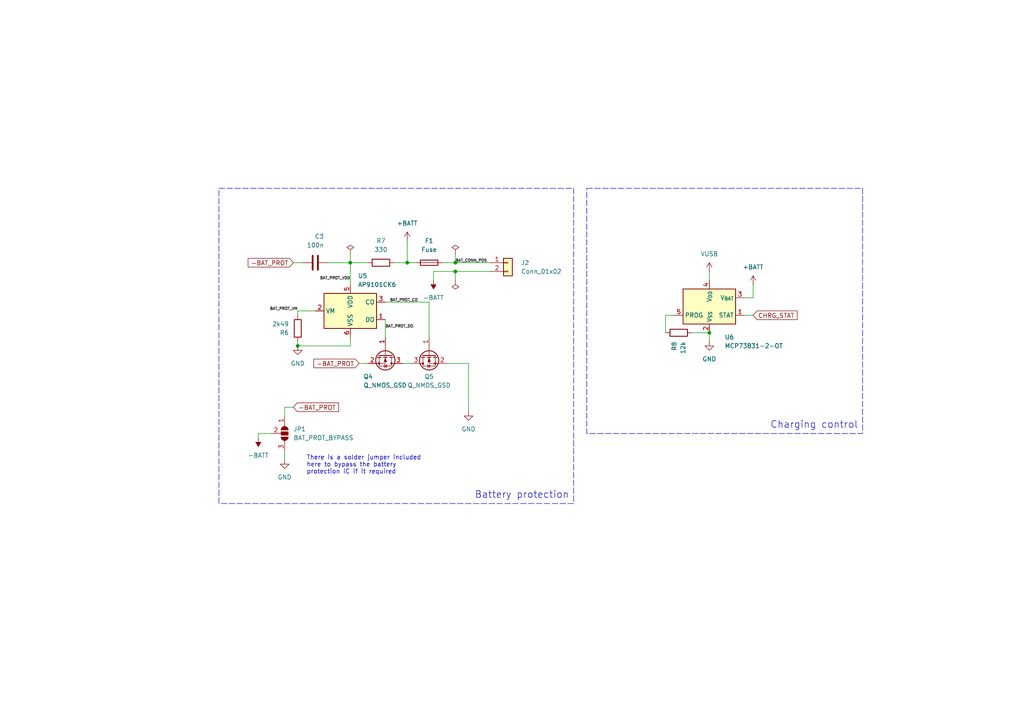
<source format=kicad_sch>
(kicad_sch (version 20231120) (generator "eeschema") (generator_version "8.0")
  (paper "A4")
  (lib_symbols
    (symbol "Battery_Management:AP9101CK6"
      (property "Reference" "U" (at -7.62 6.35 0))
      (property "Value" "AP9101CK6" (at 7.62 6.35 0))
      (symbol "AP9101CK6_0_1"
        (rectangle (start -7.62 5.08) (end 7.62 -5.08) (stroke (width 0.254)) (fill (type background)))
      )
      (symbol "AP9101CK6_1_1"
        (pin output line (at 10.16 -2.54 180) (length 2.54) (name "DO") (number "1"))
        (pin passive line (at -10.16 0 0) (length 2.54) (name "VM") (number "2"))
        (pin output line (at 10.16 2.54 180) (length 2.54) (name "CO") (number "3"))
        (pin no_connect line (at -7.62 -2.54 0) (length 2.54) hide (name "NC") (number "4"))
        (pin power_in line (at 0 7.62 270) (length 2.54) (name "VDD") (number "5"))
        (pin power_in line (at 0 -7.62 90) (length 2.54) (name "VSS") (number "6"))
      )
    )
    (symbol "Battery_Management:MCP73831-2-OT"
      (property "Reference" "U" (at -7.62 6.35 0))
      (property "Value" "MCP73831-2-OT" (at 1.27 6.35 0))
      (symbol "MCP73831-2-OT_0_1"
        (rectangle (start -7.62 5.08) (end 7.62 -5.08) (stroke (width 0.254)) (fill (type background)))
      )
      (symbol "MCP73831-2-OT_1_1"
        (pin tri_state line (at 10.16 -2.54 180) (length 2.54) (name "STAT") (number "1"))
        (pin power_in line (at 0 -7.62 90) (length 2.54) (name "V_{SS}") (number "2"))
        (pin power_out line (at 10.16 2.54 180) (length 2.54) (name "V_{BAT}") (number "3"))
        (pin power_in line (at 0 7.62 270) (length 2.54) (name "V_{DD}") (number "4"))
        (pin input line (at -10.16 -2.54 0) (length 2.54) (name "PROG") (number "5"))
      )
    )
    (symbol "Connector_Generic:Conn_01x02" (pin_names (offset 1.016) hide)
      (property "Reference" "J" (at 0 2.54 0))
      (property "Value" "Conn_01x02" (at 0 -5.08 0))
      (symbol "Conn_01x02_1_1"
        (rectangle (start -1.27 -2.413) (end 0 -2.667) (stroke (width 0.1524)))
        (rectangle (start -1.27 0.127) (end 0 -0.127) (stroke (width 0.1524)))
        (rectangle (start -1.27 1.27) (end 1.27 -3.81) (stroke (width 0.254)) (fill (type background)))
        (pin passive line (at -5.08 0 0) (length 3.81) (name "Pin_1") (number "1"))
        (pin passive line (at -5.08 -2.54 0) (length 3.81) (name "Pin_2") (number "2"))
      )
    )
    (symbol "Device:C" (pin_numbers hide) (pin_names (offset 0.254))
      (property "Reference" "C" (at 0.635 2.54 0))
      (property "Value" "C" (at 0.635 -2.54 0))
      (symbol "C_0_1"
        (polyline (pts (xy -2.032 -0.762) (xy 2.032 -0.762)) (stroke (width 0.508)))
        (polyline (pts (xy -2.032 0.762) (xy 2.032 0.762)) (stroke (width 0.508)))
      )
      (symbol "C_1_1"
        (pin passive line (at 0 3.81 270) (length 2.794) (name "~") (number "1"))
        (pin passive line (at 0 -3.81 90) (length 2.794) (name "~") (number "2"))
      )
    )
    (symbol "Device:Fuse" (pin_numbers hide) (pin_names (offset 0))
      (property "Reference" "F" (at 2.032 0 90))
      (property "Value" "Fuse" (at -1.905 0 90))
      (symbol "Fuse_0_1"
        (rectangle (start -0.762 -2.54) (end 0.762 2.54) (stroke (width 0.254)))
        (polyline (pts (xy 0 2.54) (xy 0 -2.54)))
      )
      (symbol "Fuse_1_1"
        (pin passive line (at 0 3.81 270) (length 1.27) (name "~") (number "1"))
        (pin passive line (at 0 -3.81 90) (length 1.27) (name "~") (number "2"))
      )
    )
    (symbol "Device:Q_NMOS_GSD" (pin_names (offset 0) hide)
      (property "Reference" "Q" (at 5.08 1.27 0))
      (property "Value" "Q_NMOS_GSD" (at 5.08 -1.27 0))
      (symbol "Q_NMOS_GSD_0_1"
        (polyline (pts (xy 0.254 0) (xy -2.54 0)))
        (polyline (pts (xy 0.254 1.905) (xy 0.254 -1.905)) (stroke (width 0.254)))
        (polyline (pts (xy 0.762 -1.27) (xy 0.762 -2.286)) (stroke (width 0.254)))
        (polyline (pts (xy 0.762 0.508) (xy 0.762 -0.508)) (stroke (width 0.254)))
        (polyline (pts (xy 0.762 2.286) (xy 0.762 1.27)) (stroke (width 0.254)))
        (polyline (pts (xy 2.54 2.54) (xy 2.54 1.778)))
        (polyline (pts (xy 2.54 -2.54) (xy 2.54 0) (xy 0.762 0)))
        (polyline (pts (xy 0.762 -1.778) (xy 3.302 -1.778) (xy 3.302 1.778) (xy 0.762 1.778)))
        (polyline (pts (xy 1.016 0) (xy 2.032 0.381) (xy 2.032 -0.381) (xy 1.016 0)) (fill (type outline)))
        (polyline (pts (xy 2.794 0.508) (xy 2.921 0.381) (xy 3.683 0.381) (xy 3.81 0.254)))
        (polyline (pts (xy 3.302 0.381) (xy 2.921 -0.254) (xy 3.683 -0.254) (xy 3.302 0.381)))
        (circle (center 1.651 0) (radius 2.794) (stroke (width 0.254)))
        (circle (center 2.54 -1.778) (radius 0.254) (fill (type outline)))
        (circle (center 2.54 1.778) (radius 0.254) (fill (type outline)))
      )
      (symbol "Q_NMOS_GSD_1_1"
        (pin input line (at -5.08 0 0) (length 2.54) (name "G") (number "1"))
        (pin passive line (at 2.54 -5.08 90) (length 2.54) (name "S") (number "2"))
        (pin passive line (at 2.54 5.08 270) (length 2.54) (name "D") (number "3"))
      )
    )
    (symbol "Device:R" (pin_numbers hide) (pin_names (offset 0))
      (property "Reference" "R" (at 2.032 0 90))
      (property "Value" "R" (at 0 0 90))
      (symbol "R_0_1"
        (rectangle (start -1.016 -2.54) (end 1.016 2.54) (stroke (width 0.254)))
      )
      (symbol "R_1_1"
        (pin passive line (at 0 3.81 270) (length 1.27) (name "~") (number "1"))
        (pin passive line (at 0 -3.81 90) (length 1.27) (name "~") (number "2"))
      )
    )
    (symbol "GND_4" (power) (pin_numbers hide) (pin_names (offset 0) hide)
      (property "Value" "GND" (at 0 -3.81 0))
      (symbol "GND_4_0_1"
        (polyline (pts (xy 0 0) (xy 0 -1.27) (xy 1.27 -1.27) (xy 0 -2.54) (xy -1.27 -1.27) (xy 0 -1.27)))
      )
      (symbol "GND_4_1_1"
        (pin power_in line (at 0 0 270) (length 0) (name "~") (number "1"))
      )
    )
    (symbol "Jumper:SolderJumper_3_Open" (pin_names (offset 0) hide) (exclude_from_sim yes) (in_bom no)
      (property "Reference" "JP" (at -2.54 -2.54 0))
      (property "Value" "SolderJumper_3_Open" (at 0 2.794 0))
      (symbol "SolderJumper_3_Open_0_1"
        (arc (start -1.016 1.016) (mid -2.0276 0) (end -1.016 -1.016))
        (arc (start -1.016 1.016) (mid -2.0276 0) (end -1.016 -1.016) (fill (type outline)))
        (rectangle (start -0.508 1.016) (end 0.508 -1.016) (fill (type outline)))
        (polyline (pts (xy -2.54 0) (xy -2.032 0)))
        (polyline (pts (xy -1.016 1.016) (xy -1.016 -1.016)))
        (polyline (pts (xy 0 -1.27) (xy 0 -1.016)))
        (polyline (pts (xy 1.016 1.016) (xy 1.016 -1.016)))
        (polyline (pts (xy 2.54 0) (xy 2.032 0)))
        (arc (start 1.016 -1.016) (mid 2.0276 0) (end 1.016 1.016))
        (arc (start 1.016 -1.016) (mid 2.0276 0) (end 1.016 1.016) (fill (type outline)))
      )
      (symbol "SolderJumper_3_Open_1_1"
        (pin passive line (at -5.08 0 0) (length 2.54) (name "A") (number "1"))
        (pin passive line (at 0 -3.81 90) (length 2.54) (name "C") (number "2"))
        (pin passive line (at 5.08 0 180) (length 2.54) (name "B") (number "3"))
      )
    )
    (symbol "power:+BATT" (power) (pin_numbers hide) (pin_names (offset 0) hide)
      (property "Value" "+BATT" (at 0 3.556 0))
      (symbol "+BATT_0_1"
        (polyline (pts (xy -0.762 1.27) (xy 0 2.54)))
        (polyline (pts (xy 0 0) (xy 0 2.54)))
        (polyline (pts (xy 0 2.54) (xy 0.762 1.27)))
      )
      (symbol "+BATT_1_1"
        (pin power_in line (at 0 0 90) (length 0) (name "~") (number "1"))
      )
    )
    (symbol "power:-BATT" (power) (pin_numbers hide) (pin_names (offset 0) hide)
      (property "Value" "-BATT" (at 0 3.556 0))
      (symbol "-BATT_0_1"
        (polyline (pts (xy 0 0) (xy 0 2.54)))
        (polyline (pts (xy 0.762 1.27) (xy -0.762 1.27) (xy 0 2.54) (xy 0.762 1.27)) (fill (type outline)))
      )
      (symbol "-BATT_1_1"
        (pin power_in line (at 0 0 90) (length 0) (name "~") (number "1"))
      )
    )
    (symbol "power:GND" (power) (pin_numbers hide) (pin_names (offset 0) hide)
      (property "Value" "GND" (at 0 -3.81 0))
      (symbol "GND_0_1"
        (polyline (pts (xy 0 0) (xy 0 -1.27) (xy 1.27 -1.27) (xy 0 -2.54) (xy -1.27 -1.27) (xy 0 -1.27)))
      )
      (symbol "GND_1_1"
        (pin power_in line (at 0 0 270) (length 0) (name "~") (number "1"))
      )
    )
    (symbol "power:PWR_FLAG" (power) (pin_numbers hide) (pin_names (offset 0) hide)
      (property "Value" "PWR_FLAG" (at 0 3.81 0))
      (symbol "PWR_FLAG_0_0"
        (pin power_out line (at 0 0 90) (length 0) (name "~") (number "1"))
      )
      (symbol "PWR_FLAG_0_1"
        (polyline (pts (xy 0 0) (xy 0 1.27) (xy -1.016 1.905) (xy 0 2.54) (xy 1.016 1.905) (xy 0 1.27)))
      )
    )
    (symbol "thanassis_sym:VUSB" (power) (pin_numbers hide) (pin_names (offset 0) hide)
      (property "Value" "VUSB" (at 0 3.556 0))
      (symbol "VUSB_0_1"
        (polyline (pts (xy -0.762 1.27) (xy 0 2.54)))
        (polyline (pts (xy 0 0) (xy 0 2.54)))
        (polyline (pts (xy 0 2.54) (xy 0.762 1.27)))
      )
      (symbol "VUSB_1_1"
        (pin power_in line (at 0 0 90) (length 0) (name "~") (number "1"))
      )
    )
  )
  (junction (at 205.74 96.52))
  (junction (at 118.11 76.2))
  (junction (at 132.08 76.2))
  (junction (at 101.6 76.2))
  (junction (at 132.08 78.74))
  (junction (at 86.36 100.33))
  (wire (pts (xy 124.46 87.63) (xy 124.46 97.79)))
  (wire (pts (xy 95.25 76.2) (xy 101.6 76.2)))
  (wire (pts (xy 132.08 78.74) (xy 125.73 78.74)))
  (wire (pts (xy 74.93 127) (xy 74.93 125.73)))
  (wire (pts (xy 218.44 91.44) (xy 215.9 91.44)))
  (wire (pts (xy 132.08 78.74) (xy 132.08 81.28)))
  (wire (pts (xy 118.11 76.2) (xy 120.65 76.2)))
  (wire (pts (xy 128.27 76.2) (xy 132.08 76.2)))
  (wire (pts (xy 101.6 76.2) (xy 106.68 76.2)))
  (wire (pts (xy 193.04 96.52) (xy 193.04 91.44)))
  (wire (pts (xy 85.09 76.2) (xy 87.63 76.2)))
  (wire (pts (xy 193.04 91.44) (xy 195.58 91.44)))
  (wire (pts (xy 101.6 76.2) (xy 101.6 82.55)))
  (wire (pts (xy 118.11 69.85) (xy 118.11 76.2)))
  (wire (pts (xy 74.93 125.73) (xy 78.74 125.73)))
  (wire (pts (xy 125.73 78.74) (xy 125.73 81.28)))
  (wire (pts (xy 132.08 78.74) (xy 142.24 78.74)))
  (wire (pts (xy 111.76 92.71) (xy 111.76 97.79)))
  (wire (pts (xy 111.76 87.63) (xy 124.46 87.63)))
  (wire (pts (xy 205.74 78.74) (xy 205.74 81.28)))
  (wire (pts (xy 86.36 91.44) (xy 86.36 90.17)))
  (wire (pts (xy 129.54 105.41) (xy 135.89 105.41)))
  (wire (pts (xy 86.36 90.17) (xy 91.44 90.17)))
  (wire (pts (xy 132.08 76.2) (xy 142.24 76.2)))
  (wire (pts (xy 200.66 96.52) (xy 205.74 96.52)))
  (wire (pts (xy 135.89 105.41) (xy 135.89 119.38)))
  (wire (pts (xy 218.44 86.36) (xy 218.44 82.55)))
  (wire (pts (xy 86.36 100.33) (xy 101.6 100.33)))
  (wire (pts (xy 101.6 73.66) (xy 101.6 76.2)))
  (wire (pts (xy 86.36 99.06) (xy 86.36 100.33)))
  (wire (pts (xy 82.55 120.65) (xy 82.55 118.11)))
  (wire (pts (xy 104.14 105.41) (xy 106.68 105.41)))
  (wire (pts (xy 215.9 86.36) (xy 218.44 86.36)))
  (wire (pts (xy 119.38 105.41) (xy 116.84 105.41)))
  (wire (pts (xy 82.55 118.11) (xy 85.09 118.11)))
  (wire (pts (xy 114.3 76.2) (xy 118.11 76.2)))
  (wire (pts (xy 101.6 100.33) (xy 101.6 97.79)))
  (wire (pts (xy 205.74 96.52) (xy 205.74 99.06)))
  (wire (pts (xy 132.08 73.66) (xy 132.08 76.2)))
  (wire (pts (xy 82.55 130.81) (xy 82.55 133.35)))
  (rectangle (start 63.5 54.61) (end 166.37 146.05) (stroke (width 0) (type dash)))
  (rectangle (start 170.18 54.61) (end 250.19 125.73) (stroke (width 0) (type dash)))
  (text "Charging control" (at 248.92 124.46 0) (effects (font (size 2 2)) (justify right bottom)))
  (text "There is a solder jumper included \nhere to bypass the battery \nprotection IC if it required" (at 88.9 132.08 0) (effects (font (size 1.27 1.27)) (justify left top)))
  (text "Battery protection" (at 165.1 144.78 0) (effects (font (size 2 2)) (justify right bottom)))
  (label "BAT_PROT_VDD" (at 101.6 81.28 180) (effects (font (size 0.8 0.8))))
  (label "BAT_CONN_POS" (at 132.08 76.2 0) (effects (font (size 0.8 0.8))))
  (label "BAT_PROT_VM" (at 86.36 90.17 180) (effects (font (size 0.8 0.8))))
  (label "BAT_PROT_DO" (at 111.76 95.25 0) (effects (font (size 0.8 0.8))))
  (label "BAT_PROT_CO" (at 113.03 87.63 0) (effects (font (size 0.8 0.8))))
  (global_label "-BAT_PROT" (shape input) (at 85.09 76.2 180) (property "Intersheetrefs" "${INTERSHEET_REFS}" (effects (hide yes))))
  (global_label "-BAT_PROT" (shape input) (at 85.09 118.11 0) (property "Intersheetrefs" "${INTERSHEET_REFS}" (effects (hide yes))))
  (global_label "-BAT_PROT" (shape input) (at 104.14 105.41 180) (property "Intersheetrefs" "${INTERSHEET_REFS}" (effects (hide yes))))
  (global_label "CHRG_STAT" (shape input) (at 218.44 91.44 0) (property "Intersheetrefs" "${INTERSHEET_REFS}" (effects (hide yes))))
  (symbol (lib_id "power:-BATT") (at 74.93 127 180) (unit 1)
    (property "Reference" "#PWR026" (effects (hide yes)))
    (property "Value" "-BATT" (at 74.93 132.08 0))
    (property "Description" "Power symbol creates a global label with name \"-BATT\"" (effects (hide yes)))
  )
  (symbol (lib_id "power:PWR_FLAG") (at 132.08 73.66 0) (unit 1)
    (property "Reference" "#FLG04" (effects (hide yes)))
    (property "Value" "PWR_FLAG" (effects (hide yes)))
    (property "Description" "Special symbol for telling ERC where power comes from" (effects (hide yes)))
  )
  (symbol (lib_id "Connector_Generic:Conn_01x02") (at 147.32 76.2 0) (unit 1)
    (property "Reference" "J2" (at 151.13 76.1999 0) (effects (justify left)))
    (property "Value" "Conn_01x02" (at 151.13 78.7399 0) (effects (justify left)))
    (property "Footprint" "Connector_PinHeader_2.54mm:PinHeader_1x02_P2.54mm_Vertical" (effects (hide yes)))
    (property "Description" "Generic connector, single row, 01x02, script generated (kicad-library-utils/schlib/autogen/connector/)" (effects (hide yes)))
  )
  (symbol (lib_id "Device:Q_NMOS_GSD") (at 111.76 102.87 270) (unit 1)
    (property "Reference" "Q4" (at 105.41 109.22 90) (effects (justify left)))
    (property "Value" "Q_NMOS_GSD" (at 105.41 111.76 90) (effects (justify left)))
    (property "Footprint" "Package_TO_SOT_SMD:SOT-23" (effects (hide yes)))
  )
  (symbol (lib_id "power:PWR_FLAG") (at 101.6 73.66 0) (unit 1)
    (property "Reference" "#FLG03" (effects (hide yes)))
    (property "Value" "PWR_FLAG" (effects (hide yes)))
    (property "Description" "Special symbol for telling ERC where power comes from" (effects (hide yes)))
  )
  (symbol (lib_id "Device:R") (at 196.85 96.52 270) (mirror x) (unit 1)
    (property "Reference" "R8" (at 195.5799 99.06 0) (effects (justify right)))
    (property "Value" "12k" (at 198.1199 99.06 0) (effects (justify right)))
    (property "Footprint" "Resistor_SMD:R_0603_1608Metric_Pad0.98x0.95mm_HandSolder" (effects (hide yes)))
    (property "Description" "Resistor" (effects (hide yes)))
  )
  (symbol (lib_id "power:GND") (at 86.36 100.33 0) (unit 1)
    (property "Reference" "#PWR028" (effects (hide yes)))
    (property "Value" "GND" (at 86.36 105.41 0))
    (property "Description" "Power symbol creates a global label with name \"GND\" , ground" (effects (hide yes)))
  )
  (symbol (lib_id "Device:Fuse") (at 124.46 76.2 90) (unit 1)
    (property "Reference" "F1" (at 124.46 69.85 90))
    (property "Value" "Fuse" (at 124.46 72.39 90))
    (property "Footprint" "Fuse:Fuse_0603_1608Metric_Pad1.05x0.95mm_HandSolder" (effects (hide yes)))
    (property "Description" "Fuse" (effects (hide yes)))
  )
  (symbol (lib_id "power:GND") (at 135.89 119.38 0) (unit 1)
    (property "Reference" "#PWR031" (effects (hide yes)))
    (property "Value" "GND" (at 135.89 124.46 0))
    (property "Description" "Power symbol creates a global label with name \"GND\" , ground" (effects (hide yes)))
  )
  (symbol (lib_id "power:PWR_FLAG") (at 132.08 81.28 180) (unit 1)
    (property "Reference" "#FLG05" (effects (hide yes)))
    (property "Value" "PWR_FLAG" (effects (hide yes)))
    (property "Description" "Special symbol for telling ERC where power comes from" (effects (hide yes)))
  )
  (symbol (lib_id "thanassis_sym:VUSB") (at 205.74 78.74 0) (unit 1)
    (property "Reference" "#PWR032" (effects (hide yes)))
    (property "Value" "VUSB" (at 205.74 73.66 0))
    (property "Description" "Power symbol creates a global label with name \"VUSB\"" (effects (hide yes)))
  )
  (symbol (lib_id "Device:R") (at 110.49 76.2 270) (unit 1)
    (property "Reference" "R7" (at 110.49 69.85 90))
    (property "Value" "330" (at 110.49 72.39 90))
    (property "Footprint" "Resistor_SMD:R_0603_1608Metric_Pad0.98x0.95mm_HandSolder" (effects (hide yes)))
  )
  (symbol (lib_id "Battery_Management:MCP73831-2-OT") (at 205.74 88.9 0) (unit 1)
    (property "Reference" "U6" (at 210.185 97.79 0) (effects (justify left)))
    (property "Value" "MCP73831-2-OT" (at 210.185 100.33 0) (effects (justify left)))
    (property "Footprint" "Package_TO_SOT_SMD:SOT-23-5" (effects (hide yes)))
    (property "Datasheet" "http://ww1.microchip.com/downloads/en/DeviceDoc/20001984g.pdf" (effects (hide yes)))
    (property "Description" "Single cell, Li-Ion/Li-Po charge management controller, 4.20V, Tri-State Status Output, in SOT23-5 package" (effects (hide yes)))
  )
  (symbol (lib_id "power:+BATT") (at 218.44 82.55 0) (unit 1)
    (property "Reference" "#PWR034" (effects (hide yes)))
    (property "Value" "+BATT" (at 218.44 77.47 0))
    (property "Description" "Power symbol creates a global label with name \"+BATT\"" (effects (hide yes)))
  )
  (symbol (lib_id "Battery_Management:AP9101CK6") (at 101.6 90.17 0) (unit 1)
    (property "Reference" "U5" (at 103.7941 80.01 0) (effects (justify left)))
    (property "Value" "AP9101CK6" (at 103.7941 82.55 0) (effects (justify left)))
    (property "Footprint" "Package_TO_SOT_SMD:SOT-23-6" (effects (hide yes)))
    (property "Datasheet" "https://www.diodes.com/assets/Datasheets/AP9101C.pdf" (effects (hide yes)))
    (property "Description" "Li+ Battery Protection IC for Single Cell Pack, SOT-23-6" (effects (hide yes)))
  )
  (symbol (lib_id "power:-BATT") (at 125.73 81.28 180) (unit 1)
    (property "Reference" "#PWR030" (effects (hide yes)))
    (property "Value" "-BATT" (at 125.73 86.36 0))
    (property "Description" "Power symbol creates a global label with name \"-BATT\"" (effects (hide yes)))
  )
  (symbol (lib_id "Device:Q_NMOS_GSD") (at 124.46 102.87 90) (mirror x) (unit 1)
    (property "Reference" "Q5" (at 124.46 109.22 90))
    (property "Value" "Q_NMOS_GSD" (at 124.46 111.76 90))
    (property "Footprint" "Package_TO_SOT_SMD:SOT-23" (effects (hide yes)))
  )
  (symbol (lib_id "Device:C") (at 91.44 76.2 90) (unit 1)
    (property "Reference" "C3" (at 93.98 68.58 90) (effects (justify left)))
    (property "Value" "100n" (at 93.98 71.12 90) (effects (justify left)))
    (property "Footprint" "Capacitor_SMD:C_0603_1608Metric_Pad1.08x0.95mm_HandSolder" (effects (hide yes)))
  )
  (symbol (lib_id "Jumper:SolderJumper_3_Open") (at 82.55 125.73 270) (unit 1) (exclude_from_sim yes) (in_bom no)
    (property "Reference" "JP1" (at 85.09 124.4599 90) (effects (justify left)))
    (property "Value" "BAT_PROT_BYPASS" (at 85.09 126.9999 90) (effects (justify left)))
    (property "Footprint" "Jumper:SolderJumper-3_P1.3mm_Open_RoundedPad1.0x1.5mm" (effects (hide yes)))
    (property "Description" "Solder Jumper, 3-pole, open" (effects (hide yes)))
  )
  (symbol (lib_id "Device:R") (at 86.36 95.25 0) (unit 1)
    (property "Reference" "R6" (at 83.82 96.52 0) (effects (justify right)))
    (property "Value" "2k49" (at 83.82 93.98 0) (effects (justify right)))
    (property "Footprint" "Resistor_SMD:R_0603_1608Metric_Pad0.98x0.95mm_HandSolder" (effects (hide yes)))
  )
  (symbol (lib_id "power:+BATT") (at 118.11 69.85 0) (unit 1)
    (property "Reference" "#PWR029" (effects (hide yes)))
    (property "Value" "+BATT" (at 118.11 64.77 0))
    (property "Description" "Power symbol creates a global label with name \"+BATT\"" (effects (hide yes)))
  )
  (symbol (lib_name "GND_4") (lib_id "power:GND") (at 205.74 99.06 0) (unit 1)
    (property "Reference" "#PWR033" (effects (hide yes)))
    (property "Value" "GND" (at 205.74 104.14 0))
    (property "Description" "Power symbol creates a global label with name \"GND\" , ground" (effects (hide yes)))
  )
  (symbol (lib_id "power:GND") (at 82.55 133.35 0) (unit 1)
    (property "Reference" "#PWR027" (effects (hide yes)))
    (property "Value" "GND" (at 82.55 138.43 0))
    (property "Description" "Power symbol creates a global label with name \"GND\" , ground" (effects (hide yes)))
  )
)
</source>
